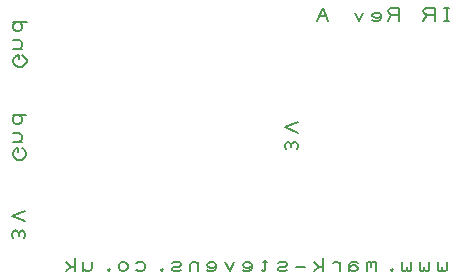
<source format=gbo>
%FSLAX23Y23*%
%MOIN*%
G04 EasyPC Gerber Version 16.0.6 Build 3249 *
%ADD14C,0.00400*%
%ADD98C,0.00787*%
X0Y0D02*
D02*
D14*
D02*
D98*
X162Y157D02*
X158Y165D01*
Y172*
X162Y179*
X169Y183*
X177Y179*
X180Y172*
Y165*
Y172D02*
X184Y179D01*
X191Y183*
X199Y179*
X202Y172*
Y165*
X199Y157*
X202Y213D02*
X158Y231D01*
X202Y249*
X179Y445D02*
Y456D01*
X175*
X168Y453*
X164Y449*
X161Y441*
Y434*
X164Y427*
X168Y423*
X175Y419*
X190*
X197Y423*
X201Y427*
X205Y434*
Y441*
X201Y449*
X197Y453*
X190Y456*
X161Y478D02*
X190D01*
X179D02*
X186Y482D01*
X190Y489*
Y497*
X186Y504*
X179Y508*
X161*
X179Y567D02*
X186Y563D01*
X190Y556*
Y549*
X186Y541*
X179Y537*
X172*
X164Y541*
X161Y549*
Y556*
X164Y563*
X172Y567*
X161D02*
X205D01*
X180Y755D02*
Y766D01*
X177*
X169Y762*
X165Y758*
X162Y751*
Y744*
X165Y736*
X169Y733*
X177Y729*
X191*
X199Y733*
X202Y736*
X206Y744*
Y751*
X202Y758*
X199Y762*
X191Y766*
X162Y788D02*
X191D01*
X180D02*
X188Y792D01*
X191Y799*
Y806*
X188Y814*
X180Y817*
X162*
X180Y876D02*
X188Y873D01*
X191Y865*
Y858*
X188Y851*
X180Y847*
X173*
X165Y851*
X162Y858*
Y865*
X165Y873*
X173Y876*
X162D02*
X206D01*
X1070Y453D02*
X1067Y460D01*
Y468*
X1070Y475*
X1078Y479*
X1085Y475*
X1089Y468*
Y460*
Y468D02*
X1092Y475D01*
X1100Y479*
X1107Y475*
X1111Y468*
Y460*
X1107Y453*
X1111Y508D02*
X1067Y527D01*
X1111Y545*
X1606Y77D02*
Y51D01*
X1602Y47*
X1595*
X1591Y51*
Y62*
Y51D02*
X1587Y47D01*
X1580*
X1576Y51*
Y77*
X1547D02*
Y51D01*
X1543Y47*
X1536*
X1532Y51*
Y62*
Y51D02*
X1528Y47D01*
X1521*
X1517Y51*
Y77*
X1488D02*
Y51D01*
X1484Y47*
X1477*
X1473Y51*
Y62*
Y51D02*
X1469Y47D01*
X1462*
X1458Y51*
Y77*
X1425Y47D02*
X1421Y51D01*
X1425Y55*
X1429Y51*
X1425Y47*
X1370D02*
Y77D01*
Y73D02*
X1366Y77D01*
X1359*
X1355Y73*
Y62*
Y73D02*
X1351Y77D01*
X1344*
X1340Y73*
Y47*
X1311Y73D02*
X1303Y77D01*
X1292*
X1285Y73*
X1281Y66*
Y55*
X1285Y51*
X1292Y47*
X1300*
X1307Y51*
X1311Y55*
Y58*
X1307Y62*
X1300Y66*
X1292*
X1285Y62*
X1281Y58*
Y55D02*
Y47D01*
X1252D02*
Y77D01*
Y66D02*
X1248Y73D01*
X1241Y77*
X1233*
X1226Y73*
X1193Y47D02*
Y92D01*
Y62D02*
X1181D01*
X1163Y77*
X1181Y62D02*
X1163Y47D01*
X1133Y62D02*
X1104D01*
X1074Y51D02*
X1067Y47D01*
X1052*
X1045Y51*
Y58*
X1052Y62*
X1067*
X1074Y66*
Y73*
X1067Y77*
X1052*
X1045Y73*
X1008Y77D02*
X993D01*
X1001Y84D02*
Y51D01*
X997Y47*
X993*
X990Y51*
X927D02*
X930Y47D01*
X938*
X945*
X953Y51*
X956Y58*
Y69*
X953Y73*
X945Y77*
X938*
X930Y73*
X927Y69*
Y66*
X930Y62*
X938Y58*
X945*
X953Y62*
X956Y66*
X897Y77D02*
X883Y47D01*
X868Y77*
X809Y51D02*
X812Y47D01*
X820*
X827*
X835Y51*
X838Y58*
Y69*
X835Y73*
X827Y77*
X820*
X812Y73*
X809Y69*
Y66*
X812Y62*
X820Y58*
X827*
X835Y62*
X838Y66*
X779Y47D02*
Y77D01*
Y66D02*
X775Y73D01*
X768Y77*
X761*
X753Y73*
X750Y66*
Y47*
X720Y51D02*
X713Y47D01*
X698*
X691Y51*
Y58*
X698Y62*
X713*
X720Y66*
Y73*
X713Y77*
X698*
X691Y73*
X657Y47D02*
X654Y51D01*
X657Y55*
X661Y51*
X657Y47*
X572Y73D02*
X580Y77D01*
X591*
X598Y73*
X602Y66*
Y58*
X598Y51*
X591Y47*
X580*
X572Y51*
X543Y58D02*
X539Y51D01*
X532Y47*
X524*
X517Y51*
X513Y58*
Y66*
X517Y73*
X524Y77*
X532*
X539Y73*
X543Y66*
Y58*
X480Y47D02*
X477Y51D01*
X480Y55*
X484Y51*
X480Y47*
X425Y77D02*
Y58D01*
X421Y51*
X414Y47*
X406*
X399Y51*
X395Y58*
Y77D02*
Y47D01*
X366D02*
Y92D01*
Y62D02*
X355D01*
X336Y77*
X355Y62D02*
X336Y47D01*
X1614Y880D02*
X1599D01*
X1606D02*
Y924D01*
X1614D02*
X1599D01*
X1566Y880D02*
Y924D01*
X1540*
X1532Y920*
X1529Y913*
X1532Y906*
X1540Y902*
X1566*
X1540D02*
X1529Y880D01*
X1447D02*
Y924D01*
X1422*
X1414Y920*
X1411Y913*
X1414Y906*
X1422Y902*
X1447*
X1422D02*
X1411Y880D01*
X1359Y883D02*
X1363Y880D01*
X1370*
X1377*
X1385Y883*
X1388Y891*
Y902*
X1385Y906*
X1377Y909*
X1370*
X1363Y906*
X1359Y902*
Y898*
X1363Y894*
X1370Y891*
X1377*
X1385Y894*
X1388Y898*
X1329Y909D02*
X1315Y880D01*
X1300Y909*
X1211Y880D02*
X1193Y924D01*
X1174Y880*
X1204Y898D02*
X1182D01*
X0Y0D02*
M02*

</source>
